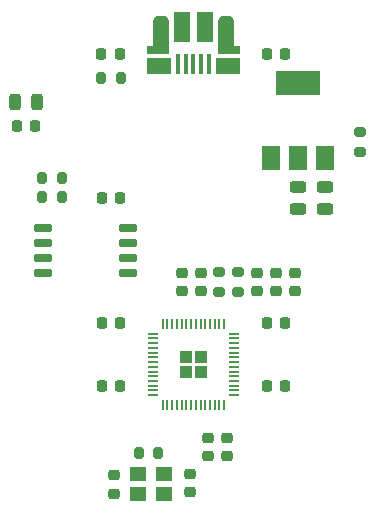
<source format=gbr>
G04 #@! TF.GenerationSoftware,KiCad,Pcbnew,(6.0.2)*
G04 #@! TF.CreationDate,2022-11-16T09:28:02-06:00*
G04 #@! TF.ProjectId,RP2040_minimal,52503230-3430-45f6-9d69-6e696d616c2e,REV1*
G04 #@! TF.SameCoordinates,Original*
G04 #@! TF.FileFunction,Paste,Top*
G04 #@! TF.FilePolarity,Positive*
%FSLAX46Y46*%
G04 Gerber Fmt 4.6, Leading zero omitted, Abs format (unit mm)*
G04 Created by KiCad (PCBNEW (6.0.2)) date 2022-11-16 09:28:02*
%MOMM*%
%LPD*%
G01*
G04 APERTURE LIST*
G04 Aperture macros list*
%AMRoundRect*
0 Rectangle with rounded corners*
0 $1 Rounding radius*
0 $2 $3 $4 $5 $6 $7 $8 $9 X,Y pos of 4 corners*
0 Add a 4 corners polygon primitive as box body*
4,1,4,$2,$3,$4,$5,$6,$7,$8,$9,$2,$3,0*
0 Add four circle primitives for the rounded corners*
1,1,$1+$1,$2,$3*
1,1,$1+$1,$4,$5*
1,1,$1+$1,$6,$7*
1,1,$1+$1,$8,$9*
0 Add four rect primitives between the rounded corners*
20,1,$1+$1,$2,$3,$4,$5,0*
20,1,$1+$1,$4,$5,$6,$7,0*
20,1,$1+$1,$6,$7,$8,$9,0*
20,1,$1+$1,$8,$9,$2,$3,0*%
G04 Aperture macros list end*
%ADD10RoundRect,0.243750X-0.456250X0.243750X-0.456250X-0.243750X0.456250X-0.243750X0.456250X0.243750X0*%
%ADD11R,0.400000X1.750000*%
%ADD12R,1.425000X2.500000*%
%ADD13R,2.000000X1.460000*%
%ADD14RoundRect,0.384800X0.265200X1.240200X-0.265200X1.240200X-0.265200X-1.240200X0.265200X-1.240200X0*%
%ADD15R,1.825000X0.700000*%
%ADD16RoundRect,0.225000X0.250000X-0.225000X0.250000X0.225000X-0.250000X0.225000X-0.250000X-0.225000X0*%
%ADD17RoundRect,0.225000X0.225000X0.250000X-0.225000X0.250000X-0.225000X-0.250000X0.225000X-0.250000X0*%
%ADD18RoundRect,0.200000X0.200000X0.275000X-0.200000X0.275000X-0.200000X-0.275000X0.200000X-0.275000X0*%
%ADD19R,1.500000X2.000000*%
%ADD20R,3.800000X2.000000*%
%ADD21RoundRect,0.150000X-0.650000X-0.150000X0.650000X-0.150000X0.650000X0.150000X-0.650000X0.150000X0*%
%ADD22RoundRect,0.225000X-0.250000X0.225000X-0.250000X-0.225000X0.250000X-0.225000X0.250000X0.225000X0*%
%ADD23RoundRect,0.200000X-0.200000X-0.275000X0.200000X-0.275000X0.200000X0.275000X-0.200000X0.275000X0*%
%ADD24RoundRect,0.225000X-0.225000X-0.250000X0.225000X-0.250000X0.225000X0.250000X-0.225000X0.250000X0*%
%ADD25RoundRect,0.200000X-0.275000X0.200000X-0.275000X-0.200000X0.275000X-0.200000X0.275000X0.200000X0*%
%ADD26RoundRect,0.250000X-0.292217X-0.292217X0.292217X-0.292217X0.292217X0.292217X-0.292217X0.292217X0*%
%ADD27RoundRect,0.050000X-0.387500X-0.050000X0.387500X-0.050000X0.387500X0.050000X-0.387500X0.050000X0*%
%ADD28RoundRect,0.050000X-0.050000X-0.387500X0.050000X-0.387500X0.050000X0.387500X-0.050000X0.387500X0*%
%ADD29RoundRect,0.243750X-0.243750X-0.456250X0.243750X-0.456250X0.243750X0.456250X-0.243750X0.456250X0*%
%ADD30RoundRect,0.218750X0.218750X0.256250X-0.218750X0.256250X-0.218750X-0.256250X0.218750X-0.256250X0*%
%ADD31RoundRect,0.200000X0.275000X-0.200000X0.275000X0.200000X-0.275000X0.200000X-0.275000X-0.200000X0*%
%ADD32R,1.400000X1.200000*%
%ADD33RoundRect,0.218750X-0.218750X-0.256250X0.218750X-0.256250X0.218750X0.256250X-0.218750X0.256250X0*%
G04 APERTURE END LIST*
D10*
X108813800Y-84949700D03*
X108813800Y-86824700D03*
D11*
X101300000Y-74525000D03*
X100650000Y-74525000D03*
X100000000Y-74525000D03*
X99350000Y-74525000D03*
X98700000Y-74525000D03*
D12*
X100962500Y-71450000D03*
D13*
X97100000Y-74730000D03*
D14*
X97275000Y-72125000D03*
D15*
X102987500Y-73400000D03*
D13*
X102900000Y-74730000D03*
D12*
X99037500Y-71450000D03*
D14*
X102725000Y-72125000D03*
D15*
X97012500Y-73400000D03*
D16*
X107000000Y-93775000D03*
X107000000Y-92225000D03*
X105400000Y-93775000D03*
X105400000Y-92225000D03*
D17*
X93775000Y-101850000D03*
X92225000Y-101850000D03*
X93775000Y-85887200D03*
X92225000Y-85887200D03*
D18*
X88859200Y-85861800D03*
X87209200Y-85861800D03*
D19*
X106564600Y-82484000D03*
D20*
X108864600Y-76184000D03*
D19*
X108864600Y-82484000D03*
X111164600Y-82484000D03*
D21*
X87230600Y-88452600D03*
X87230600Y-89722600D03*
X87230600Y-90992600D03*
X87230600Y-92262600D03*
X94430600Y-92262600D03*
X94430600Y-90992600D03*
X94430600Y-89722600D03*
X94430600Y-88452600D03*
D22*
X99669800Y-109242200D03*
X99669800Y-110792200D03*
D23*
X87209200Y-84185400D03*
X88859200Y-84185400D03*
D16*
X100600000Y-93775000D03*
X100600000Y-92225000D03*
D24*
X106225000Y-101850000D03*
X107775000Y-101850000D03*
D22*
X101200000Y-106225000D03*
X101200000Y-107775000D03*
D25*
X102200000Y-92175000D03*
X102200000Y-93825000D03*
D22*
X102800000Y-106225000D03*
X102800000Y-107775000D03*
D10*
X111150600Y-84975100D03*
X111150600Y-86850100D03*
D17*
X93775000Y-96500000D03*
X92225000Y-96500000D03*
D16*
X108600000Y-93775000D03*
X108600000Y-92225000D03*
D26*
X100637500Y-99362500D03*
X99362500Y-99362500D03*
X99362500Y-100637500D03*
X100637500Y-100637500D03*
D27*
X96562500Y-97400000D03*
X96562500Y-97800000D03*
X96562500Y-98200000D03*
X96562500Y-98600000D03*
X96562500Y-99000000D03*
X96562500Y-99400000D03*
X96562500Y-99800000D03*
X96562500Y-100200000D03*
X96562500Y-100600000D03*
X96562500Y-101000000D03*
X96562500Y-101400000D03*
X96562500Y-101800000D03*
X96562500Y-102200000D03*
X96562500Y-102600000D03*
D28*
X97400000Y-103437500D03*
X97800000Y-103437500D03*
X98200000Y-103437500D03*
X98600000Y-103437500D03*
X99000000Y-103437500D03*
X99400000Y-103437500D03*
X99800000Y-103437500D03*
X100200000Y-103437500D03*
X100600000Y-103437500D03*
X101000000Y-103437500D03*
X101400000Y-103437500D03*
X101800000Y-103437500D03*
X102200000Y-103437500D03*
X102600000Y-103437500D03*
D27*
X103437500Y-102600000D03*
X103437500Y-102200000D03*
X103437500Y-101800000D03*
X103437500Y-101400000D03*
X103437500Y-101000000D03*
X103437500Y-100600000D03*
X103437500Y-100200000D03*
X103437500Y-99800000D03*
X103437500Y-99400000D03*
X103437500Y-99000000D03*
X103437500Y-98600000D03*
X103437500Y-98200000D03*
X103437500Y-97800000D03*
X103437500Y-97400000D03*
D28*
X102600000Y-96562500D03*
X102200000Y-96562500D03*
X101800000Y-96562500D03*
X101400000Y-96562500D03*
X101000000Y-96562500D03*
X100600000Y-96562500D03*
X100200000Y-96562500D03*
X99800000Y-96562500D03*
X99400000Y-96562500D03*
X99000000Y-96562500D03*
X98600000Y-96562500D03*
X98200000Y-96562500D03*
X97800000Y-96562500D03*
X97400000Y-96562500D03*
D16*
X93243600Y-110944600D03*
X93243600Y-109394600D03*
D25*
X103800000Y-92175000D03*
X103800000Y-93825000D03*
D16*
X99000000Y-93775000D03*
X99000000Y-92225000D03*
D24*
X106225000Y-96500000D03*
X107775000Y-96500000D03*
D18*
X97015000Y-107477200D03*
X95365000Y-107477200D03*
D29*
X84863900Y-77784600D03*
X86738900Y-77784600D03*
D23*
X92175000Y-75750000D03*
X93825000Y-75750000D03*
D30*
X107787500Y-73750000D03*
X106212500Y-73750000D03*
D24*
X85026400Y-79791200D03*
X86576400Y-79791200D03*
D31*
X114071600Y-81987800D03*
X114071600Y-80337800D03*
D32*
X97518600Y-109243400D03*
X95318600Y-109243400D03*
X95318600Y-110943400D03*
X97518600Y-110943400D03*
D33*
X92212500Y-73750000D03*
X93787500Y-73750000D03*
M02*

</source>
